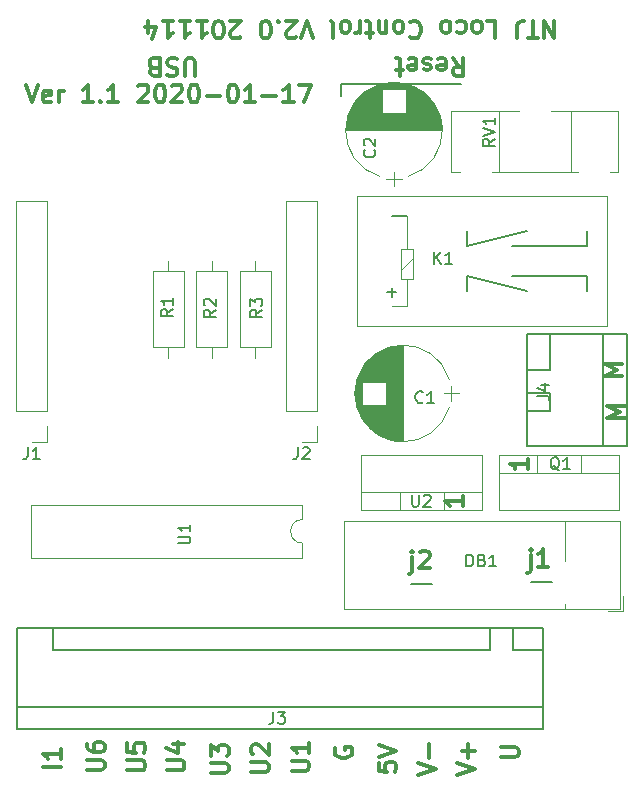
<source format=gbr>
G04 #@! TF.GenerationSoftware,KiCad,Pcbnew,(5.1.8)-1*
G04 #@! TF.CreationDate,2021-03-02T12:26:28+01:00*
G04 #@! TF.ProjectId,Lokstyrning,4c6f6b73-7479-4726-9e69-6e672e6b6963,rev?*
G04 #@! TF.SameCoordinates,Original*
G04 #@! TF.FileFunction,Legend,Top*
G04 #@! TF.FilePolarity,Positive*
%FSLAX46Y46*%
G04 Gerber Fmt 4.6, Leading zero omitted, Abs format (unit mm)*
G04 Created by KiCad (PCBNEW (5.1.8)-1) date 2021-03-02 12:26:28*
%MOMM*%
%LPD*%
G01*
G04 APERTURE LIST*
%ADD10C,0.300000*%
%ADD11C,0.200000*%
%ADD12C,0.120000*%
%ADD13C,0.150000*%
G04 APERTURE END LIST*
D10*
X213009871Y-94808728D02*
X213009871Y-95665871D01*
X213009871Y-95237300D02*
X211509871Y-95237300D01*
X211724157Y-95380157D01*
X211867014Y-95523014D01*
X211938442Y-95665871D01*
X218559771Y-91633728D02*
X218559771Y-92490871D01*
X218559771Y-92062300D02*
X217059771Y-92062300D01*
X217274057Y-92205157D01*
X217416914Y-92348014D01*
X217488342Y-92490871D01*
X216259671Y-116925671D02*
X217473957Y-116925671D01*
X217616814Y-116854242D01*
X217688242Y-116782814D01*
X217759671Y-116639957D01*
X217759671Y-116354242D01*
X217688242Y-116211385D01*
X217616814Y-116139957D01*
X217473957Y-116068528D01*
X216259671Y-116068528D01*
X178973871Y-117719385D02*
X177473871Y-117719385D01*
X178973871Y-116219385D02*
X178973871Y-117076528D01*
X178973871Y-116647957D02*
X177473871Y-116647957D01*
X177688157Y-116790814D01*
X177831014Y-116933671D01*
X177902442Y-117076528D01*
X218779814Y-99779971D02*
X218779814Y-101065685D01*
X218708385Y-101208542D01*
X218565528Y-101279971D01*
X218494100Y-101279971D01*
X218779814Y-99279971D02*
X218708385Y-99351400D01*
X218779814Y-99422828D01*
X218851242Y-99351400D01*
X218779814Y-99279971D01*
X218779814Y-99422828D01*
X220279814Y-100779971D02*
X219422671Y-100779971D01*
X219851242Y-100779971D02*
X219851242Y-99279971D01*
X219708385Y-99494257D01*
X219565528Y-99637114D01*
X219422671Y-99708542D01*
X208734114Y-99932371D02*
X208734114Y-101218085D01*
X208662685Y-101360942D01*
X208519828Y-101432371D01*
X208448400Y-101432371D01*
X208734114Y-99432371D02*
X208662685Y-99503800D01*
X208734114Y-99575228D01*
X208805542Y-99503800D01*
X208734114Y-99432371D01*
X208734114Y-99575228D01*
X209376971Y-99575228D02*
X209448400Y-99503800D01*
X209591257Y-99432371D01*
X209948400Y-99432371D01*
X210091257Y-99503800D01*
X210162685Y-99575228D01*
X210234114Y-99718085D01*
X210234114Y-99860942D01*
X210162685Y-100075228D01*
X209305542Y-100932371D01*
X210234114Y-100932371D01*
D11*
X218808300Y-102108000D02*
X220611700Y-102108000D01*
X208635600Y-102222300D02*
X210426300Y-102235000D01*
D10*
X202246800Y-116116942D02*
X202175371Y-116259800D01*
X202175371Y-116474085D01*
X202246800Y-116688371D01*
X202389657Y-116831228D01*
X202532514Y-116902657D01*
X202818228Y-116974085D01*
X203032514Y-116974085D01*
X203318228Y-116902657D01*
X203461085Y-116831228D01*
X203603942Y-116688371D01*
X203675371Y-116474085D01*
X203675371Y-116331228D01*
X203603942Y-116116942D01*
X203532514Y-116045514D01*
X203032514Y-116045514D01*
X203032514Y-116331228D01*
D11*
X202692000Y-59944000D02*
X202692000Y-60960000D01*
X207264000Y-59944000D02*
X202692000Y-59944000D01*
X206756000Y-59944000D02*
X207264000Y-59944000D01*
X212852000Y-59944000D02*
X206756000Y-59944000D01*
D10*
X212169142Y-57741428D02*
X212669142Y-58455714D01*
X213026285Y-57741428D02*
X213026285Y-59241428D01*
X212454857Y-59241428D01*
X212312000Y-59170000D01*
X212240571Y-59098571D01*
X212169142Y-58955714D01*
X212169142Y-58741428D01*
X212240571Y-58598571D01*
X212312000Y-58527142D01*
X212454857Y-58455714D01*
X213026285Y-58455714D01*
X210954857Y-57812857D02*
X211097714Y-57741428D01*
X211383428Y-57741428D01*
X211526285Y-57812857D01*
X211597714Y-57955714D01*
X211597714Y-58527142D01*
X211526285Y-58670000D01*
X211383428Y-58741428D01*
X211097714Y-58741428D01*
X210954857Y-58670000D01*
X210883428Y-58527142D01*
X210883428Y-58384285D01*
X211597714Y-58241428D01*
X210312000Y-57812857D02*
X210169142Y-57741428D01*
X209883428Y-57741428D01*
X209740571Y-57812857D01*
X209669142Y-57955714D01*
X209669142Y-58027142D01*
X209740571Y-58170000D01*
X209883428Y-58241428D01*
X210097714Y-58241428D01*
X210240571Y-58312857D01*
X210312000Y-58455714D01*
X210312000Y-58527142D01*
X210240571Y-58670000D01*
X210097714Y-58741428D01*
X209883428Y-58741428D01*
X209740571Y-58670000D01*
X208454857Y-57812857D02*
X208597714Y-57741428D01*
X208883428Y-57741428D01*
X209026285Y-57812857D01*
X209097714Y-57955714D01*
X209097714Y-58527142D01*
X209026285Y-58670000D01*
X208883428Y-58741428D01*
X208597714Y-58741428D01*
X208454857Y-58670000D01*
X208383428Y-58527142D01*
X208383428Y-58384285D01*
X209097714Y-58241428D01*
X207954857Y-58741428D02*
X207383428Y-58741428D01*
X207740571Y-59241428D02*
X207740571Y-57955714D01*
X207669142Y-57812857D01*
X207526285Y-57741428D01*
X207383428Y-57741428D01*
X190360857Y-59241428D02*
X190360857Y-58027142D01*
X190289428Y-57884285D01*
X190218000Y-57812857D01*
X190075142Y-57741428D01*
X189789428Y-57741428D01*
X189646571Y-57812857D01*
X189575142Y-57884285D01*
X189503714Y-58027142D01*
X189503714Y-59241428D01*
X188860857Y-57812857D02*
X188646571Y-57741428D01*
X188289428Y-57741428D01*
X188146571Y-57812857D01*
X188075142Y-57884285D01*
X188003714Y-58027142D01*
X188003714Y-58170000D01*
X188075142Y-58312857D01*
X188146571Y-58384285D01*
X188289428Y-58455714D01*
X188575142Y-58527142D01*
X188718000Y-58598571D01*
X188789428Y-58670000D01*
X188860857Y-58812857D01*
X188860857Y-58955714D01*
X188789428Y-59098571D01*
X188718000Y-59170000D01*
X188575142Y-59241428D01*
X188218000Y-59241428D01*
X188003714Y-59170000D01*
X186860857Y-58527142D02*
X186646571Y-58455714D01*
X186575142Y-58384285D01*
X186503714Y-58241428D01*
X186503714Y-58027142D01*
X186575142Y-57884285D01*
X186646571Y-57812857D01*
X186789428Y-57741428D01*
X187360857Y-57741428D01*
X187360857Y-59241428D01*
X186860857Y-59241428D01*
X186718000Y-59170000D01*
X186646571Y-59098571D01*
X186575142Y-58955714D01*
X186575142Y-58812857D01*
X186646571Y-58670000D01*
X186718000Y-58598571D01*
X186860857Y-58527142D01*
X187360857Y-58527142D01*
X176056057Y-59973471D02*
X176556057Y-61473471D01*
X177056057Y-59973471D01*
X178127485Y-61402042D02*
X177984628Y-61473471D01*
X177698914Y-61473471D01*
X177556057Y-61402042D01*
X177484628Y-61259185D01*
X177484628Y-60687757D01*
X177556057Y-60544900D01*
X177698914Y-60473471D01*
X177984628Y-60473471D01*
X178127485Y-60544900D01*
X178198914Y-60687757D01*
X178198914Y-60830614D01*
X177484628Y-60973471D01*
X178841771Y-61473471D02*
X178841771Y-60473471D01*
X178841771Y-60759185D02*
X178913200Y-60616328D01*
X178984628Y-60544900D01*
X179127485Y-60473471D01*
X179270342Y-60473471D01*
X181698914Y-61473471D02*
X180841771Y-61473471D01*
X181270342Y-61473471D02*
X181270342Y-59973471D01*
X181127485Y-60187757D01*
X180984628Y-60330614D01*
X180841771Y-60402042D01*
X182341771Y-61330614D02*
X182413200Y-61402042D01*
X182341771Y-61473471D01*
X182270342Y-61402042D01*
X182341771Y-61330614D01*
X182341771Y-61473471D01*
X183841771Y-61473471D02*
X182984628Y-61473471D01*
X183413200Y-61473471D02*
X183413200Y-59973471D01*
X183270342Y-60187757D01*
X183127485Y-60330614D01*
X182984628Y-60402042D01*
X185556057Y-60116328D02*
X185627485Y-60044900D01*
X185770342Y-59973471D01*
X186127485Y-59973471D01*
X186270342Y-60044900D01*
X186341771Y-60116328D01*
X186413200Y-60259185D01*
X186413200Y-60402042D01*
X186341771Y-60616328D01*
X185484628Y-61473471D01*
X186413200Y-61473471D01*
X187341771Y-59973471D02*
X187484628Y-59973471D01*
X187627485Y-60044900D01*
X187698914Y-60116328D01*
X187770342Y-60259185D01*
X187841771Y-60544900D01*
X187841771Y-60902042D01*
X187770342Y-61187757D01*
X187698914Y-61330614D01*
X187627485Y-61402042D01*
X187484628Y-61473471D01*
X187341771Y-61473471D01*
X187198914Y-61402042D01*
X187127485Y-61330614D01*
X187056057Y-61187757D01*
X186984628Y-60902042D01*
X186984628Y-60544900D01*
X187056057Y-60259185D01*
X187127485Y-60116328D01*
X187198914Y-60044900D01*
X187341771Y-59973471D01*
X188413200Y-60116328D02*
X188484628Y-60044900D01*
X188627485Y-59973471D01*
X188984628Y-59973471D01*
X189127485Y-60044900D01*
X189198914Y-60116328D01*
X189270342Y-60259185D01*
X189270342Y-60402042D01*
X189198914Y-60616328D01*
X188341771Y-61473471D01*
X189270342Y-61473471D01*
X190198914Y-59973471D02*
X190341771Y-59973471D01*
X190484628Y-60044900D01*
X190556057Y-60116328D01*
X190627485Y-60259185D01*
X190698914Y-60544900D01*
X190698914Y-60902042D01*
X190627485Y-61187757D01*
X190556057Y-61330614D01*
X190484628Y-61402042D01*
X190341771Y-61473471D01*
X190198914Y-61473471D01*
X190056057Y-61402042D01*
X189984628Y-61330614D01*
X189913200Y-61187757D01*
X189841771Y-60902042D01*
X189841771Y-60544900D01*
X189913200Y-60259185D01*
X189984628Y-60116328D01*
X190056057Y-60044900D01*
X190198914Y-59973471D01*
X191341771Y-60902042D02*
X192484628Y-60902042D01*
X193484628Y-59973471D02*
X193627485Y-59973471D01*
X193770342Y-60044900D01*
X193841771Y-60116328D01*
X193913200Y-60259185D01*
X193984628Y-60544900D01*
X193984628Y-60902042D01*
X193913200Y-61187757D01*
X193841771Y-61330614D01*
X193770342Y-61402042D01*
X193627485Y-61473471D01*
X193484628Y-61473471D01*
X193341771Y-61402042D01*
X193270342Y-61330614D01*
X193198914Y-61187757D01*
X193127485Y-60902042D01*
X193127485Y-60544900D01*
X193198914Y-60259185D01*
X193270342Y-60116328D01*
X193341771Y-60044900D01*
X193484628Y-59973471D01*
X195413200Y-61473471D02*
X194556057Y-61473471D01*
X194984628Y-61473471D02*
X194984628Y-59973471D01*
X194841771Y-60187757D01*
X194698914Y-60330614D01*
X194556057Y-60402042D01*
X196056057Y-60902042D02*
X197198914Y-60902042D01*
X198698914Y-61473471D02*
X197841771Y-61473471D01*
X198270342Y-61473471D02*
X198270342Y-59973471D01*
X198127485Y-60187757D01*
X197984628Y-60330614D01*
X197841771Y-60402042D01*
X199198914Y-59973471D02*
X200198914Y-59973471D01*
X199556057Y-61473471D01*
X220767500Y-54566428D02*
X220767500Y-56066428D01*
X219910357Y-54566428D01*
X219910357Y-56066428D01*
X219410357Y-56066428D02*
X218553214Y-56066428D01*
X218981785Y-54566428D02*
X218981785Y-56066428D01*
X217624642Y-56066428D02*
X217624642Y-54995000D01*
X217696071Y-54780714D01*
X217838928Y-54637857D01*
X218053214Y-54566428D01*
X218196071Y-54566428D01*
X215053214Y-54566428D02*
X215767500Y-54566428D01*
X215767500Y-56066428D01*
X214338928Y-54566428D02*
X214481785Y-54637857D01*
X214553214Y-54709285D01*
X214624642Y-54852142D01*
X214624642Y-55280714D01*
X214553214Y-55423571D01*
X214481785Y-55495000D01*
X214338928Y-55566428D01*
X214124642Y-55566428D01*
X213981785Y-55495000D01*
X213910357Y-55423571D01*
X213838928Y-55280714D01*
X213838928Y-54852142D01*
X213910357Y-54709285D01*
X213981785Y-54637857D01*
X214124642Y-54566428D01*
X214338928Y-54566428D01*
X212553214Y-54637857D02*
X212696071Y-54566428D01*
X212981785Y-54566428D01*
X213124642Y-54637857D01*
X213196071Y-54709285D01*
X213267500Y-54852142D01*
X213267500Y-55280714D01*
X213196071Y-55423571D01*
X213124642Y-55495000D01*
X212981785Y-55566428D01*
X212696071Y-55566428D01*
X212553214Y-55495000D01*
X211696071Y-54566428D02*
X211838928Y-54637857D01*
X211910357Y-54709285D01*
X211981785Y-54852142D01*
X211981785Y-55280714D01*
X211910357Y-55423571D01*
X211838928Y-55495000D01*
X211696071Y-55566428D01*
X211481785Y-55566428D01*
X211338928Y-55495000D01*
X211267500Y-55423571D01*
X211196071Y-55280714D01*
X211196071Y-54852142D01*
X211267500Y-54709285D01*
X211338928Y-54637857D01*
X211481785Y-54566428D01*
X211696071Y-54566428D01*
X208553214Y-54709285D02*
X208624642Y-54637857D01*
X208838928Y-54566428D01*
X208981785Y-54566428D01*
X209196071Y-54637857D01*
X209338928Y-54780714D01*
X209410357Y-54923571D01*
X209481785Y-55209285D01*
X209481785Y-55423571D01*
X209410357Y-55709285D01*
X209338928Y-55852142D01*
X209196071Y-55995000D01*
X208981785Y-56066428D01*
X208838928Y-56066428D01*
X208624642Y-55995000D01*
X208553214Y-55923571D01*
X207696071Y-54566428D02*
X207838928Y-54637857D01*
X207910357Y-54709285D01*
X207981785Y-54852142D01*
X207981785Y-55280714D01*
X207910357Y-55423571D01*
X207838928Y-55495000D01*
X207696071Y-55566428D01*
X207481785Y-55566428D01*
X207338928Y-55495000D01*
X207267500Y-55423571D01*
X207196071Y-55280714D01*
X207196071Y-54852142D01*
X207267500Y-54709285D01*
X207338928Y-54637857D01*
X207481785Y-54566428D01*
X207696071Y-54566428D01*
X206553214Y-55566428D02*
X206553214Y-54566428D01*
X206553214Y-55423571D02*
X206481785Y-55495000D01*
X206338928Y-55566428D01*
X206124642Y-55566428D01*
X205981785Y-55495000D01*
X205910357Y-55352142D01*
X205910357Y-54566428D01*
X205410357Y-55566428D02*
X204838928Y-55566428D01*
X205196071Y-56066428D02*
X205196071Y-54780714D01*
X205124642Y-54637857D01*
X204981785Y-54566428D01*
X204838928Y-54566428D01*
X204338928Y-54566428D02*
X204338928Y-55566428D01*
X204338928Y-55280714D02*
X204267500Y-55423571D01*
X204196071Y-55495000D01*
X204053214Y-55566428D01*
X203910357Y-55566428D01*
X203196071Y-54566428D02*
X203338928Y-54637857D01*
X203410357Y-54709285D01*
X203481785Y-54852142D01*
X203481785Y-55280714D01*
X203410357Y-55423571D01*
X203338928Y-55495000D01*
X203196071Y-55566428D01*
X202981785Y-55566428D01*
X202838928Y-55495000D01*
X202767500Y-55423571D01*
X202696071Y-55280714D01*
X202696071Y-54852142D01*
X202767500Y-54709285D01*
X202838928Y-54637857D01*
X202981785Y-54566428D01*
X203196071Y-54566428D01*
X201838928Y-54566428D02*
X201981785Y-54637857D01*
X202053214Y-54780714D01*
X202053214Y-56066428D01*
X200338928Y-56066428D02*
X199838928Y-54566428D01*
X199338928Y-56066428D01*
X198910357Y-55923571D02*
X198838928Y-55995000D01*
X198696071Y-56066428D01*
X198338928Y-56066428D01*
X198196071Y-55995000D01*
X198124642Y-55923571D01*
X198053214Y-55780714D01*
X198053214Y-55637857D01*
X198124642Y-55423571D01*
X198981785Y-54566428D01*
X198053214Y-54566428D01*
X197410357Y-54709285D02*
X197338928Y-54637857D01*
X197410357Y-54566428D01*
X197481785Y-54637857D01*
X197410357Y-54709285D01*
X197410357Y-54566428D01*
X196410357Y-56066428D02*
X196267500Y-56066428D01*
X196124642Y-55995000D01*
X196053214Y-55923571D01*
X195981785Y-55780714D01*
X195910357Y-55495000D01*
X195910357Y-55137857D01*
X195981785Y-54852142D01*
X196053214Y-54709285D01*
X196124642Y-54637857D01*
X196267500Y-54566428D01*
X196410357Y-54566428D01*
X196553214Y-54637857D01*
X196624642Y-54709285D01*
X196696071Y-54852142D01*
X196767500Y-55137857D01*
X196767500Y-55495000D01*
X196696071Y-55780714D01*
X196624642Y-55923571D01*
X196553214Y-55995000D01*
X196410357Y-56066428D01*
X194196071Y-55923571D02*
X194124642Y-55995000D01*
X193981785Y-56066428D01*
X193624642Y-56066428D01*
X193481785Y-55995000D01*
X193410357Y-55923571D01*
X193338928Y-55780714D01*
X193338928Y-55637857D01*
X193410357Y-55423571D01*
X194267500Y-54566428D01*
X193338928Y-54566428D01*
X192410357Y-56066428D02*
X192267500Y-56066428D01*
X192124642Y-55995000D01*
X192053214Y-55923571D01*
X191981785Y-55780714D01*
X191910357Y-55495000D01*
X191910357Y-55137857D01*
X191981785Y-54852142D01*
X192053214Y-54709285D01*
X192124642Y-54637857D01*
X192267500Y-54566428D01*
X192410357Y-54566428D01*
X192553214Y-54637857D01*
X192624642Y-54709285D01*
X192696071Y-54852142D01*
X192767500Y-55137857D01*
X192767500Y-55495000D01*
X192696071Y-55780714D01*
X192624642Y-55923571D01*
X192553214Y-55995000D01*
X192410357Y-56066428D01*
X190481785Y-54566428D02*
X191338928Y-54566428D01*
X190910357Y-54566428D02*
X190910357Y-56066428D01*
X191053214Y-55852142D01*
X191196071Y-55709285D01*
X191338928Y-55637857D01*
X189053214Y-54566428D02*
X189910357Y-54566428D01*
X189481785Y-54566428D02*
X189481785Y-56066428D01*
X189624642Y-55852142D01*
X189767500Y-55709285D01*
X189910357Y-55637857D01*
X187624642Y-54566428D02*
X188481785Y-54566428D01*
X188053214Y-54566428D02*
X188053214Y-56066428D01*
X188196071Y-55852142D01*
X188338928Y-55709285D01*
X188481785Y-55637857D01*
X186338928Y-55566428D02*
X186338928Y-54566428D01*
X186696071Y-56137857D02*
X187053214Y-55066428D01*
X186124642Y-55066428D01*
X181194971Y-117995557D02*
X182409257Y-117995557D01*
X182552114Y-117924128D01*
X182623542Y-117852700D01*
X182694971Y-117709842D01*
X182694971Y-117424128D01*
X182623542Y-117281271D01*
X182552114Y-117209842D01*
X182409257Y-117138414D01*
X181194971Y-117138414D01*
X181194971Y-115781271D02*
X181194971Y-116066985D01*
X181266400Y-116209842D01*
X181337828Y-116281271D01*
X181552114Y-116424128D01*
X181837828Y-116495557D01*
X182409257Y-116495557D01*
X182552114Y-116424128D01*
X182623542Y-116352700D01*
X182694971Y-116209842D01*
X182694971Y-115924128D01*
X182623542Y-115781271D01*
X182552114Y-115709842D01*
X182409257Y-115638414D01*
X182052114Y-115638414D01*
X181909257Y-115709842D01*
X181837828Y-115781271D01*
X181766400Y-115924128D01*
X181766400Y-116209842D01*
X181837828Y-116352700D01*
X181909257Y-116424128D01*
X182052114Y-116495557D01*
X184636671Y-118033657D02*
X185850957Y-118033657D01*
X185993814Y-117962228D01*
X186065242Y-117890800D01*
X186136671Y-117747942D01*
X186136671Y-117462228D01*
X186065242Y-117319371D01*
X185993814Y-117247942D01*
X185850957Y-117176514D01*
X184636671Y-117176514D01*
X184636671Y-115747942D02*
X184636671Y-116462228D01*
X185350957Y-116533657D01*
X185279528Y-116462228D01*
X185208100Y-116319371D01*
X185208100Y-115962228D01*
X185279528Y-115819371D01*
X185350957Y-115747942D01*
X185493814Y-115676514D01*
X185850957Y-115676514D01*
X185993814Y-115747942D01*
X186065242Y-115819371D01*
X186136671Y-115962228D01*
X186136671Y-116319371D01*
X186065242Y-116462228D01*
X185993814Y-116533657D01*
X187951371Y-118033657D02*
X189165657Y-118033657D01*
X189308514Y-117962228D01*
X189379942Y-117890800D01*
X189451371Y-117747942D01*
X189451371Y-117462228D01*
X189379942Y-117319371D01*
X189308514Y-117247942D01*
X189165657Y-117176514D01*
X187951371Y-117176514D01*
X188451371Y-115819371D02*
X189451371Y-115819371D01*
X187879942Y-116176514D02*
X188951371Y-116533657D01*
X188951371Y-115605085D01*
X191697871Y-118249557D02*
X192912157Y-118249557D01*
X193055014Y-118178128D01*
X193126442Y-118106700D01*
X193197871Y-117963842D01*
X193197871Y-117678128D01*
X193126442Y-117535271D01*
X193055014Y-117463842D01*
X192912157Y-117392414D01*
X191697871Y-117392414D01*
X191697871Y-116820985D02*
X191697871Y-115892414D01*
X192269300Y-116392414D01*
X192269300Y-116178128D01*
X192340728Y-116035271D01*
X192412157Y-115963842D01*
X192555014Y-115892414D01*
X192912157Y-115892414D01*
X193055014Y-115963842D01*
X193126442Y-116035271D01*
X193197871Y-116178128D01*
X193197871Y-116606700D01*
X193126442Y-116749557D01*
X193055014Y-116820985D01*
X195114171Y-118186057D02*
X196328457Y-118186057D01*
X196471314Y-118114628D01*
X196542742Y-118043200D01*
X196614171Y-117900342D01*
X196614171Y-117614628D01*
X196542742Y-117471771D01*
X196471314Y-117400342D01*
X196328457Y-117328914D01*
X195114171Y-117328914D01*
X195257028Y-116686057D02*
X195185600Y-116614628D01*
X195114171Y-116471771D01*
X195114171Y-116114628D01*
X195185600Y-115971771D01*
X195257028Y-115900342D01*
X195399885Y-115828914D01*
X195542742Y-115828914D01*
X195757028Y-115900342D01*
X196614171Y-116757485D01*
X196614171Y-115828914D01*
X198530471Y-118071757D02*
X199744757Y-118071757D01*
X199887614Y-118000328D01*
X199959042Y-117928900D01*
X200030471Y-117786042D01*
X200030471Y-117500328D01*
X199959042Y-117357471D01*
X199887614Y-117286042D01*
X199744757Y-117214614D01*
X198530471Y-117214614D01*
X200030471Y-115714614D02*
X200030471Y-116571757D01*
X200030471Y-116143185D02*
X198530471Y-116143185D01*
X198744757Y-116286042D01*
X198887614Y-116428900D01*
X198959042Y-116571757D01*
X205896471Y-117367014D02*
X205896471Y-118081300D01*
X206610757Y-118152728D01*
X206539328Y-118081300D01*
X206467900Y-117938442D01*
X206467900Y-117581300D01*
X206539328Y-117438442D01*
X206610757Y-117367014D01*
X206753614Y-117295585D01*
X207110757Y-117295585D01*
X207253614Y-117367014D01*
X207325042Y-117438442D01*
X207396471Y-117581300D01*
X207396471Y-117938442D01*
X207325042Y-118081300D01*
X207253614Y-118152728D01*
X205896471Y-116867014D02*
X207396471Y-116367014D01*
X205896471Y-115867014D01*
X226535371Y-84650200D02*
X225035371Y-84650200D01*
X226106800Y-84150200D01*
X225035371Y-83650200D01*
X226535371Y-83650200D01*
X226776671Y-88193500D02*
X225276671Y-88193500D01*
X226348100Y-87693500D01*
X225276671Y-87193500D01*
X226776671Y-87193500D01*
X209236571Y-118446371D02*
X210736571Y-117946371D01*
X209236571Y-117446371D01*
X210165142Y-116946371D02*
X210165142Y-115803514D01*
X212576671Y-118446371D02*
X214076671Y-117946371D01*
X212576671Y-117446371D01*
X213505242Y-116946371D02*
X213505242Y-115803514D01*
X214076671Y-116374942D02*
X212933814Y-116374942D01*
D12*
X221650000Y-103935000D02*
X221650000Y-104335000D01*
X226550000Y-104535000D02*
X225350000Y-104535000D01*
X226550000Y-103235000D02*
X226550000Y-104535000D01*
X221650000Y-100335000D02*
X221650000Y-96935000D01*
X226350000Y-104335000D02*
X226350000Y-96935000D01*
X202950000Y-104335000D02*
X226350000Y-104335000D01*
X202950000Y-96935000D02*
X202950000Y-104335000D01*
X226350000Y-96935000D02*
X202950000Y-96935000D01*
D13*
X213360000Y-72390000D02*
X213360000Y-73660000D01*
X213360000Y-73660000D02*
X218440000Y-72390000D01*
X223520000Y-72390000D02*
X223520000Y-73660000D01*
X223520000Y-73660000D02*
X217170000Y-73660000D01*
X223520000Y-77470000D02*
X223520000Y-76200000D01*
X223520000Y-76200000D02*
X217170000Y-76200000D01*
X213360000Y-77470000D02*
X213360000Y-76200000D01*
X213360000Y-76200000D02*
X218440000Y-77470000D01*
X208280000Y-71120000D02*
X207010000Y-71120000D01*
D12*
X207770000Y-75690000D02*
X208790000Y-74680000D01*
X208280000Y-73910000D02*
X208280000Y-71120000D01*
X208280000Y-78740000D02*
X208280000Y-76450000D01*
X207010000Y-78740000D02*
X208280000Y-78740000D01*
X208280000Y-76450000D02*
X207770000Y-76450000D01*
X207770000Y-76450000D02*
X207770000Y-73910000D01*
X207770000Y-73910000D02*
X208280000Y-73910000D01*
X208280000Y-73910000D02*
X208790000Y-73910000D01*
X208790000Y-73910000D02*
X208790000Y-76450000D01*
X208790000Y-76450000D02*
X208280000Y-76450000D01*
X204060000Y-80430000D02*
X225200000Y-80430000D01*
X225200000Y-80430000D02*
X225200000Y-69430000D01*
X204060000Y-80430000D02*
X204060000Y-69430000D01*
X204060000Y-69430000D02*
X225200000Y-69430000D01*
X199450000Y-96790000D02*
X199450000Y-95540000D01*
X199450000Y-95540000D02*
X176470000Y-95540000D01*
X176470000Y-95540000D02*
X176470000Y-100040000D01*
X176470000Y-100040000D02*
X199450000Y-100040000D01*
X199450000Y-100040000D02*
X199450000Y-98790000D01*
X199450000Y-98790000D02*
G75*
G02*
X199450000Y-96790000I0J1000000D01*
G01*
X177860000Y-69790000D02*
X175200000Y-69790000D01*
X177860000Y-87630000D02*
X177860000Y-69790000D01*
X175200000Y-87630000D02*
X175200000Y-69790000D01*
X177860000Y-87630000D02*
X175200000Y-87630000D01*
X177860000Y-88900000D02*
X177860000Y-90230000D01*
X177860000Y-90230000D02*
X176530000Y-90230000D01*
X200720000Y-69790000D02*
X198060000Y-69790000D01*
X200720000Y-87630000D02*
X200720000Y-69790000D01*
X198060000Y-87630000D02*
X198060000Y-69790000D01*
X200720000Y-87630000D02*
X198060000Y-87630000D01*
X200720000Y-88900000D02*
X200720000Y-90230000D01*
X200720000Y-90230000D02*
X199390000Y-90230000D01*
X189397000Y-75784000D02*
X186777000Y-75784000D01*
X186777000Y-75784000D02*
X186777000Y-82204000D01*
X186777000Y-82204000D02*
X189397000Y-82204000D01*
X189397000Y-82204000D02*
X189397000Y-75784000D01*
X188087000Y-74894000D02*
X188087000Y-75784000D01*
X188087000Y-83094000D02*
X188087000Y-82204000D01*
X190460000Y-82204000D02*
X193080000Y-82204000D01*
X193080000Y-82204000D02*
X193080000Y-75784000D01*
X193080000Y-75784000D02*
X190460000Y-75784000D01*
X190460000Y-75784000D02*
X190460000Y-82204000D01*
X191770000Y-83094000D02*
X191770000Y-82204000D01*
X191770000Y-74894000D02*
X191770000Y-75784000D01*
X212062000Y-67332900D02*
X212062000Y-62211900D01*
X226182000Y-67332900D02*
X226182000Y-62211900D01*
X212062000Y-62211900D02*
X217757000Y-62211900D01*
X220487000Y-62211900D02*
X226182000Y-62211900D01*
X225487000Y-67332900D02*
X226182000Y-67332900D01*
X212062000Y-67332900D02*
X212757000Y-67332900D01*
X215487000Y-67332900D02*
X222757000Y-67332900D01*
X216062000Y-67332900D02*
X216062000Y-62211900D01*
X222182000Y-67332900D02*
X222182000Y-62211900D01*
X216062000Y-67332900D02*
X222182000Y-67332900D01*
X216062000Y-62211900D02*
X217757000Y-62211900D01*
X220487000Y-62211900D02*
X222182000Y-62211900D01*
X214670000Y-95965000D02*
X204430000Y-95965000D01*
X214670000Y-91324000D02*
X204430000Y-91324000D01*
X214670000Y-95965000D02*
X214670000Y-91324000D01*
X204430000Y-95965000D02*
X204430000Y-91324000D01*
X214670000Y-94455000D02*
X204430000Y-94455000D01*
X211400000Y-95965000D02*
X211400000Y-94455000D01*
X207699000Y-95965000D02*
X207699000Y-94455000D01*
X207964400Y-90168700D02*
X207964400Y-82068700D01*
X207924400Y-90168700D02*
X207924400Y-82068700D01*
X207884400Y-90168700D02*
X207884400Y-82068700D01*
X207844400Y-90167700D02*
X207844400Y-82069700D01*
X207804400Y-90165700D02*
X207804400Y-82071700D01*
X207764400Y-90164700D02*
X207764400Y-82072700D01*
X207724400Y-90161700D02*
X207724400Y-82075700D01*
X207684400Y-90159700D02*
X207684400Y-82077700D01*
X207644400Y-90156700D02*
X207644400Y-82080700D01*
X207604400Y-90153700D02*
X207604400Y-82083700D01*
X207564400Y-90149700D02*
X207564400Y-82087700D01*
X207524400Y-90145700D02*
X207524400Y-82091700D01*
X207484400Y-90140700D02*
X207484400Y-82096700D01*
X207444400Y-90135700D02*
X207444400Y-82101700D01*
X207404400Y-90130700D02*
X207404400Y-82106700D01*
X207364400Y-90124700D02*
X207364400Y-82112700D01*
X207324400Y-90118700D02*
X207324400Y-82118700D01*
X207284400Y-90112700D02*
X207284400Y-82124700D01*
X207243400Y-90105700D02*
X207243400Y-82131700D01*
X207203400Y-90097700D02*
X207203400Y-82139700D01*
X207163400Y-90089700D02*
X207163400Y-82147700D01*
X207123400Y-90081700D02*
X207123400Y-82155700D01*
X207083400Y-90073700D02*
X207083400Y-82163700D01*
X207043400Y-90064700D02*
X207043400Y-82172700D01*
X207003400Y-90054700D02*
X207003400Y-82182700D01*
X206963400Y-90044700D02*
X206963400Y-82192700D01*
X206923400Y-90034700D02*
X206923400Y-82202700D01*
X206883400Y-90023700D02*
X206883400Y-82213700D01*
X206843400Y-90012700D02*
X206843400Y-82224700D01*
X206803400Y-90001700D02*
X206803400Y-82235700D01*
X206763400Y-89988700D02*
X206763400Y-82248700D01*
X206723400Y-89976700D02*
X206723400Y-82260700D01*
X206683400Y-89963700D02*
X206683400Y-82273700D01*
X206643400Y-89950700D02*
X206643400Y-82286700D01*
X206603400Y-89936700D02*
X206603400Y-82300700D01*
X206563400Y-89921700D02*
X206563400Y-82315700D01*
X206523400Y-89907700D02*
X206523400Y-82329700D01*
X206483400Y-89891700D02*
X206483400Y-82345700D01*
X206443400Y-89876700D02*
X206443400Y-87098700D01*
X206443400Y-85138700D02*
X206443400Y-82360700D01*
X206403400Y-89859700D02*
X206403400Y-87098700D01*
X206403400Y-85138700D02*
X206403400Y-82377700D01*
X206363400Y-89843700D02*
X206363400Y-87098700D01*
X206363400Y-85138700D02*
X206363400Y-82393700D01*
X206323400Y-89825700D02*
X206323400Y-87098700D01*
X206323400Y-85138700D02*
X206323400Y-82411700D01*
X206283400Y-89808700D02*
X206283400Y-87098700D01*
X206283400Y-85138700D02*
X206283400Y-82428700D01*
X206243400Y-89789700D02*
X206243400Y-87098700D01*
X206243400Y-85138700D02*
X206243400Y-82447700D01*
X206203400Y-89770700D02*
X206203400Y-87098700D01*
X206203400Y-85138700D02*
X206203400Y-82466700D01*
X206163400Y-89751700D02*
X206163400Y-87098700D01*
X206163400Y-85138700D02*
X206163400Y-82485700D01*
X206123400Y-89731700D02*
X206123400Y-87098700D01*
X206123400Y-85138700D02*
X206123400Y-82505700D01*
X206083400Y-89711700D02*
X206083400Y-87098700D01*
X206083400Y-85138700D02*
X206083400Y-82525700D01*
X206043400Y-89690700D02*
X206043400Y-87098700D01*
X206043400Y-85138700D02*
X206043400Y-82546700D01*
X206003400Y-89668700D02*
X206003400Y-87098700D01*
X206003400Y-85138700D02*
X206003400Y-82568700D01*
X205963400Y-89646700D02*
X205963400Y-87098700D01*
X205963400Y-85138700D02*
X205963400Y-82590700D01*
X205923400Y-89623700D02*
X205923400Y-87098700D01*
X205923400Y-85138700D02*
X205923400Y-82613700D01*
X205883400Y-89600700D02*
X205883400Y-87098700D01*
X205883400Y-85138700D02*
X205883400Y-82636700D01*
X205843400Y-89576700D02*
X205843400Y-87098700D01*
X205843400Y-85138700D02*
X205843400Y-82660700D01*
X205803400Y-89552700D02*
X205803400Y-87098700D01*
X205803400Y-85138700D02*
X205803400Y-82684700D01*
X205763400Y-89526700D02*
X205763400Y-87098700D01*
X205763400Y-85138700D02*
X205763400Y-82710700D01*
X205723400Y-89501700D02*
X205723400Y-87098700D01*
X205723400Y-85138700D02*
X205723400Y-82735700D01*
X205683400Y-89474700D02*
X205683400Y-87098700D01*
X205683400Y-85138700D02*
X205683400Y-82762700D01*
X205643400Y-89447700D02*
X205643400Y-87098700D01*
X205643400Y-85138700D02*
X205643400Y-82789700D01*
X205603400Y-89419700D02*
X205603400Y-87098700D01*
X205603400Y-85138700D02*
X205603400Y-82817700D01*
X205563400Y-89390700D02*
X205563400Y-87098700D01*
X205563400Y-85138700D02*
X205563400Y-82846700D01*
X205523400Y-89361700D02*
X205523400Y-87098700D01*
X205523400Y-85138700D02*
X205523400Y-82875700D01*
X205483400Y-89331700D02*
X205483400Y-87098700D01*
X205483400Y-85138700D02*
X205483400Y-82905700D01*
X205443400Y-89300700D02*
X205443400Y-87098700D01*
X205443400Y-85138700D02*
X205443400Y-82936700D01*
X205403400Y-89268700D02*
X205403400Y-87098700D01*
X205403400Y-85138700D02*
X205403400Y-82968700D01*
X205363400Y-89236700D02*
X205363400Y-87098700D01*
X205363400Y-85138700D02*
X205363400Y-83000700D01*
X205323400Y-89202700D02*
X205323400Y-87098700D01*
X205323400Y-85138700D02*
X205323400Y-83034700D01*
X205283400Y-89168700D02*
X205283400Y-87098700D01*
X205283400Y-85138700D02*
X205283400Y-83068700D01*
X205243400Y-89133700D02*
X205243400Y-87098700D01*
X205243400Y-85138700D02*
X205243400Y-83103700D01*
X205203400Y-89097700D02*
X205203400Y-87098700D01*
X205203400Y-85138700D02*
X205203400Y-83139700D01*
X205163400Y-89060700D02*
X205163400Y-87098700D01*
X205163400Y-85138700D02*
X205163400Y-83176700D01*
X205123400Y-89022700D02*
X205123400Y-87098700D01*
X205123400Y-85138700D02*
X205123400Y-83214700D01*
X205083400Y-88983700D02*
X205083400Y-87098700D01*
X205083400Y-85138700D02*
X205083400Y-83253700D01*
X205043400Y-88942700D02*
X205043400Y-87098700D01*
X205043400Y-85138700D02*
X205043400Y-83294700D01*
X205003400Y-88901700D02*
X205003400Y-87098700D01*
X205003400Y-85138700D02*
X205003400Y-83335700D01*
X204963400Y-88858700D02*
X204963400Y-87098700D01*
X204963400Y-85138700D02*
X204963400Y-83378700D01*
X204923400Y-88815700D02*
X204923400Y-87098700D01*
X204923400Y-85138700D02*
X204923400Y-83421700D01*
X204883400Y-88770700D02*
X204883400Y-87098700D01*
X204883400Y-85138700D02*
X204883400Y-83466700D01*
X204843400Y-88723700D02*
X204843400Y-87098700D01*
X204843400Y-85138700D02*
X204843400Y-83513700D01*
X204803400Y-88675700D02*
X204803400Y-87098700D01*
X204803400Y-85138700D02*
X204803400Y-83561700D01*
X204763400Y-88626700D02*
X204763400Y-87098700D01*
X204763400Y-85138700D02*
X204763400Y-83610700D01*
X204723400Y-88575700D02*
X204723400Y-87098700D01*
X204723400Y-85138700D02*
X204723400Y-83661700D01*
X204683400Y-88522700D02*
X204683400Y-87098700D01*
X204683400Y-85138700D02*
X204683400Y-83714700D01*
X204643400Y-88467700D02*
X204643400Y-87098700D01*
X204643400Y-85138700D02*
X204643400Y-83769700D01*
X204603400Y-88411700D02*
X204603400Y-87098700D01*
X204603400Y-85138700D02*
X204603400Y-83825700D01*
X204563400Y-88352700D02*
X204563400Y-87098700D01*
X204563400Y-85138700D02*
X204563400Y-83884700D01*
X204523400Y-88291700D02*
X204523400Y-87098700D01*
X204523400Y-85138700D02*
X204523400Y-83945700D01*
X204483400Y-88227700D02*
X204483400Y-84009700D01*
X204443400Y-88161700D02*
X204443400Y-84075700D01*
X204403400Y-88092700D02*
X204403400Y-84144700D01*
X204363400Y-88020700D02*
X204363400Y-84216700D01*
X204323400Y-87944700D02*
X204323400Y-84292700D01*
X204283400Y-87863700D02*
X204283400Y-84373700D01*
X204243400Y-87778700D02*
X204243400Y-84458700D01*
X204203400Y-87688700D02*
X204203400Y-84548700D01*
X204163400Y-87591700D02*
X204163400Y-84645700D01*
X204123400Y-87487700D02*
X204123400Y-84749700D01*
X204083400Y-87372700D02*
X204083400Y-84864700D01*
X204043400Y-87245700D02*
X204043400Y-84991700D01*
X204003400Y-87101700D02*
X204003400Y-85135700D01*
X203963400Y-86932700D02*
X203963400Y-85304700D01*
X203923400Y-86716700D02*
X203923400Y-85520700D01*
X203883400Y-86364700D02*
X203883400Y-85872700D01*
X212664400Y-86118700D02*
X211464400Y-86118700D01*
X212064400Y-86768700D02*
X212064400Y-85468700D01*
X204047549Y-87296145D02*
G75*
G03*
X211880482Y-87298700I3916851J1177445D01*
G01*
X204047549Y-84941255D02*
G75*
G02*
X211880482Y-84938700I3916851J-1177445D01*
G01*
X204047549Y-84941255D02*
G75*
G03*
X204048318Y-87298700I3916851J-1177445D01*
G01*
X203150500Y-63844800D02*
X211250500Y-63844800D01*
X203150500Y-63804800D02*
X211250500Y-63804800D01*
X203150500Y-63764800D02*
X211250500Y-63764800D01*
X203151500Y-63724800D02*
X211249500Y-63724800D01*
X203153500Y-63684800D02*
X211247500Y-63684800D01*
X203154500Y-63644800D02*
X211246500Y-63644800D01*
X203157500Y-63604800D02*
X211243500Y-63604800D01*
X203159500Y-63564800D02*
X211241500Y-63564800D01*
X203162500Y-63524800D02*
X211238500Y-63524800D01*
X203165500Y-63484800D02*
X211235500Y-63484800D01*
X203169500Y-63444800D02*
X211231500Y-63444800D01*
X203173500Y-63404800D02*
X211227500Y-63404800D01*
X203178500Y-63364800D02*
X211222500Y-63364800D01*
X203183500Y-63324800D02*
X211217500Y-63324800D01*
X203188500Y-63284800D02*
X211212500Y-63284800D01*
X203194500Y-63244800D02*
X211206500Y-63244800D01*
X203200500Y-63204800D02*
X211200500Y-63204800D01*
X203206500Y-63164800D02*
X211194500Y-63164800D01*
X203213500Y-63123800D02*
X211187500Y-63123800D01*
X203221500Y-63083800D02*
X211179500Y-63083800D01*
X203229500Y-63043800D02*
X211171500Y-63043800D01*
X203237500Y-63003800D02*
X211163500Y-63003800D01*
X203245500Y-62963800D02*
X211155500Y-62963800D01*
X203254500Y-62923800D02*
X211146500Y-62923800D01*
X203264500Y-62883800D02*
X211136500Y-62883800D01*
X203274500Y-62843800D02*
X211126500Y-62843800D01*
X203284500Y-62803800D02*
X211116500Y-62803800D01*
X203295500Y-62763800D02*
X211105500Y-62763800D01*
X203306500Y-62723800D02*
X211094500Y-62723800D01*
X203317500Y-62683800D02*
X211083500Y-62683800D01*
X203330500Y-62643800D02*
X211070500Y-62643800D01*
X203342500Y-62603800D02*
X211058500Y-62603800D01*
X203355500Y-62563800D02*
X211045500Y-62563800D01*
X203368500Y-62523800D02*
X211032500Y-62523800D01*
X203382500Y-62483800D02*
X211018500Y-62483800D01*
X203397500Y-62443800D02*
X211003500Y-62443800D01*
X203411500Y-62403800D02*
X210989500Y-62403800D01*
X203427500Y-62363800D02*
X210973500Y-62363800D01*
X203442500Y-62323800D02*
X206220500Y-62323800D01*
X208180500Y-62323800D02*
X210958500Y-62323800D01*
X203459500Y-62283800D02*
X206220500Y-62283800D01*
X208180500Y-62283800D02*
X210941500Y-62283800D01*
X203475500Y-62243800D02*
X206220500Y-62243800D01*
X208180500Y-62243800D02*
X210925500Y-62243800D01*
X203493500Y-62203800D02*
X206220500Y-62203800D01*
X208180500Y-62203800D02*
X210907500Y-62203800D01*
X203510500Y-62163800D02*
X206220500Y-62163800D01*
X208180500Y-62163800D02*
X210890500Y-62163800D01*
X203529500Y-62123800D02*
X206220500Y-62123800D01*
X208180500Y-62123800D02*
X210871500Y-62123800D01*
X203548500Y-62083800D02*
X206220500Y-62083800D01*
X208180500Y-62083800D02*
X210852500Y-62083800D01*
X203567500Y-62043800D02*
X206220500Y-62043800D01*
X208180500Y-62043800D02*
X210833500Y-62043800D01*
X203587500Y-62003800D02*
X206220500Y-62003800D01*
X208180500Y-62003800D02*
X210813500Y-62003800D01*
X203607500Y-61963800D02*
X206220500Y-61963800D01*
X208180500Y-61963800D02*
X210793500Y-61963800D01*
X203628500Y-61923800D02*
X206220500Y-61923800D01*
X208180500Y-61923800D02*
X210772500Y-61923800D01*
X203650500Y-61883800D02*
X206220500Y-61883800D01*
X208180500Y-61883800D02*
X210750500Y-61883800D01*
X203672500Y-61843800D02*
X206220500Y-61843800D01*
X208180500Y-61843800D02*
X210728500Y-61843800D01*
X203695500Y-61803800D02*
X206220500Y-61803800D01*
X208180500Y-61803800D02*
X210705500Y-61803800D01*
X203718500Y-61763800D02*
X206220500Y-61763800D01*
X208180500Y-61763800D02*
X210682500Y-61763800D01*
X203742500Y-61723800D02*
X206220500Y-61723800D01*
X208180500Y-61723800D02*
X210658500Y-61723800D01*
X203766500Y-61683800D02*
X206220500Y-61683800D01*
X208180500Y-61683800D02*
X210634500Y-61683800D01*
X203792500Y-61643800D02*
X206220500Y-61643800D01*
X208180500Y-61643800D02*
X210608500Y-61643800D01*
X203817500Y-61603800D02*
X206220500Y-61603800D01*
X208180500Y-61603800D02*
X210583500Y-61603800D01*
X203844500Y-61563800D02*
X206220500Y-61563800D01*
X208180500Y-61563800D02*
X210556500Y-61563800D01*
X203871500Y-61523800D02*
X206220500Y-61523800D01*
X208180500Y-61523800D02*
X210529500Y-61523800D01*
X203899500Y-61483800D02*
X206220500Y-61483800D01*
X208180500Y-61483800D02*
X210501500Y-61483800D01*
X203928500Y-61443800D02*
X206220500Y-61443800D01*
X208180500Y-61443800D02*
X210472500Y-61443800D01*
X203957500Y-61403800D02*
X206220500Y-61403800D01*
X208180500Y-61403800D02*
X210443500Y-61403800D01*
X203987500Y-61363800D02*
X206220500Y-61363800D01*
X208180500Y-61363800D02*
X210413500Y-61363800D01*
X204018500Y-61323800D02*
X206220500Y-61323800D01*
X208180500Y-61323800D02*
X210382500Y-61323800D01*
X204050500Y-61283800D02*
X206220500Y-61283800D01*
X208180500Y-61283800D02*
X210350500Y-61283800D01*
X204082500Y-61243800D02*
X206220500Y-61243800D01*
X208180500Y-61243800D02*
X210318500Y-61243800D01*
X204116500Y-61203800D02*
X206220500Y-61203800D01*
X208180500Y-61203800D02*
X210284500Y-61203800D01*
X204150500Y-61163800D02*
X206220500Y-61163800D01*
X208180500Y-61163800D02*
X210250500Y-61163800D01*
X204185500Y-61123800D02*
X206220500Y-61123800D01*
X208180500Y-61123800D02*
X210215500Y-61123800D01*
X204221500Y-61083800D02*
X206220500Y-61083800D01*
X208180500Y-61083800D02*
X210179500Y-61083800D01*
X204258500Y-61043800D02*
X206220500Y-61043800D01*
X208180500Y-61043800D02*
X210142500Y-61043800D01*
X204296500Y-61003800D02*
X206220500Y-61003800D01*
X208180500Y-61003800D02*
X210104500Y-61003800D01*
X204335500Y-60963800D02*
X206220500Y-60963800D01*
X208180500Y-60963800D02*
X210065500Y-60963800D01*
X204376500Y-60923800D02*
X206220500Y-60923800D01*
X208180500Y-60923800D02*
X210024500Y-60923800D01*
X204417500Y-60883800D02*
X206220500Y-60883800D01*
X208180500Y-60883800D02*
X209983500Y-60883800D01*
X204460500Y-60843800D02*
X206220500Y-60843800D01*
X208180500Y-60843800D02*
X209940500Y-60843800D01*
X204503500Y-60803800D02*
X206220500Y-60803800D01*
X208180500Y-60803800D02*
X209897500Y-60803800D01*
X204548500Y-60763800D02*
X206220500Y-60763800D01*
X208180500Y-60763800D02*
X209852500Y-60763800D01*
X204595500Y-60723800D02*
X206220500Y-60723800D01*
X208180500Y-60723800D02*
X209805500Y-60723800D01*
X204643500Y-60683800D02*
X206220500Y-60683800D01*
X208180500Y-60683800D02*
X209757500Y-60683800D01*
X204692500Y-60643800D02*
X206220500Y-60643800D01*
X208180500Y-60643800D02*
X209708500Y-60643800D01*
X204743500Y-60603800D02*
X206220500Y-60603800D01*
X208180500Y-60603800D02*
X209657500Y-60603800D01*
X204796500Y-60563800D02*
X206220500Y-60563800D01*
X208180500Y-60563800D02*
X209604500Y-60563800D01*
X204851500Y-60523800D02*
X206220500Y-60523800D01*
X208180500Y-60523800D02*
X209549500Y-60523800D01*
X204907500Y-60483800D02*
X206220500Y-60483800D01*
X208180500Y-60483800D02*
X209493500Y-60483800D01*
X204966500Y-60443800D02*
X206220500Y-60443800D01*
X208180500Y-60443800D02*
X209434500Y-60443800D01*
X205027500Y-60403800D02*
X206220500Y-60403800D01*
X208180500Y-60403800D02*
X209373500Y-60403800D01*
X205091500Y-60363800D02*
X209309500Y-60363800D01*
X205157500Y-60323800D02*
X209243500Y-60323800D01*
X205226500Y-60283800D02*
X209174500Y-60283800D01*
X205298500Y-60243800D02*
X209102500Y-60243800D01*
X205374500Y-60203800D02*
X209026500Y-60203800D01*
X205455500Y-60163800D02*
X208945500Y-60163800D01*
X205540500Y-60123800D02*
X208860500Y-60123800D01*
X205630500Y-60083800D02*
X208770500Y-60083800D01*
X205727500Y-60043800D02*
X208673500Y-60043800D01*
X205831500Y-60003800D02*
X208569500Y-60003800D01*
X205946500Y-59963800D02*
X208454500Y-59963800D01*
X206073500Y-59923800D02*
X208327500Y-59923800D01*
X206217500Y-59883800D02*
X208183500Y-59883800D01*
X206386500Y-59843800D02*
X208014500Y-59843800D01*
X206602500Y-59803800D02*
X207798500Y-59803800D01*
X206954500Y-59763800D02*
X207446500Y-59763800D01*
X207200500Y-68544800D02*
X207200500Y-67344800D01*
X206550500Y-67944800D02*
X207850500Y-67944800D01*
X206023055Y-59927949D02*
G75*
G03*
X206020500Y-67760882I1177445J-3916851D01*
G01*
X208377945Y-59927949D02*
G75*
G02*
X208380500Y-67760882I-1177445J-3916851D01*
G01*
X208377945Y-59927949D02*
G75*
G03*
X206020500Y-59928718I-1177445J-3916851D01*
G01*
D13*
X219800099Y-112706079D02*
X175299299Y-112706079D01*
X178299039Y-106005559D02*
X178299039Y-107803879D01*
X178299039Y-107803879D02*
X215299219Y-107803879D01*
X215299219Y-106005559D02*
X215299219Y-107803879D01*
X219800099Y-107803879D02*
X217300739Y-107803879D01*
X217300739Y-107803879D02*
X217300739Y-106005559D01*
X197549699Y-106005559D02*
X175299299Y-106005559D01*
X175299299Y-106005559D02*
X175299299Y-114504399D01*
X175299299Y-114504399D02*
X219800099Y-114504399D01*
X219800099Y-114504399D02*
X219800099Y-106005559D01*
X219800099Y-106005559D02*
X197549699Y-106005559D01*
X224932240Y-81102200D02*
X224932240Y-90601800D01*
X218432380Y-86100920D02*
X220431360Y-86100920D01*
X220431360Y-86100920D02*
X220431360Y-87602060D01*
X220431360Y-87602060D02*
X218432380Y-87602060D01*
X220431360Y-81102200D02*
X220431360Y-84101940D01*
X220431360Y-84101940D02*
X218480640Y-84101940D01*
X218432380Y-90601800D02*
X226931220Y-90601800D01*
X226931220Y-90601800D02*
X226931220Y-81102200D01*
X226931220Y-81102200D02*
X218432380Y-81102200D01*
X218432380Y-81102200D02*
X218432380Y-90601800D01*
D12*
X216050500Y-91360000D02*
X226290500Y-91360000D01*
X216050500Y-96001000D02*
X226290500Y-96001000D01*
X216050500Y-91360000D02*
X216050500Y-96001000D01*
X226290500Y-91360000D02*
X226290500Y-96001000D01*
X216050500Y-92870000D02*
X226290500Y-92870000D01*
X219320500Y-91360000D02*
X219320500Y-92870000D01*
X223021500Y-91360000D02*
X223021500Y-92870000D01*
X196763000Y-75784000D02*
X194143000Y-75784000D01*
X194143000Y-75784000D02*
X194143000Y-82204000D01*
X194143000Y-82204000D02*
X196763000Y-82204000D01*
X196763000Y-82204000D02*
X196763000Y-75784000D01*
X195453000Y-74894000D02*
X195453000Y-75784000D01*
X195453000Y-83094000D02*
X195453000Y-82204000D01*
D13*
X213328404Y-100756980D02*
X213328404Y-99756980D01*
X213566500Y-99756980D01*
X213709357Y-99804600D01*
X213804595Y-99899838D01*
X213852214Y-99995076D01*
X213899833Y-100185552D01*
X213899833Y-100328409D01*
X213852214Y-100518885D01*
X213804595Y-100614123D01*
X213709357Y-100709361D01*
X213566500Y-100756980D01*
X213328404Y-100756980D01*
X214661738Y-100233171D02*
X214804595Y-100280790D01*
X214852214Y-100328409D01*
X214899833Y-100423647D01*
X214899833Y-100566504D01*
X214852214Y-100661742D01*
X214804595Y-100709361D01*
X214709357Y-100756980D01*
X214328404Y-100756980D01*
X214328404Y-99756980D01*
X214661738Y-99756980D01*
X214756976Y-99804600D01*
X214804595Y-99852219D01*
X214852214Y-99947457D01*
X214852214Y-100042695D01*
X214804595Y-100137933D01*
X214756976Y-100185552D01*
X214661738Y-100233171D01*
X214328404Y-100233171D01*
X215852214Y-100756980D02*
X215280785Y-100756980D01*
X215566500Y-100756980D02*
X215566500Y-99756980D01*
X215471261Y-99899838D01*
X215376023Y-99995076D01*
X215280785Y-100042695D01*
X210589904Y-75128380D02*
X210589904Y-74128380D01*
X211161333Y-75128380D02*
X210732761Y-74556952D01*
X211161333Y-74128380D02*
X210589904Y-74699809D01*
X212113714Y-75128380D02*
X211542285Y-75128380D01*
X211828000Y-75128380D02*
X211828000Y-74128380D01*
X211732761Y-74271238D01*
X211637523Y-74366476D01*
X211542285Y-74414095D01*
X206629047Y-77541428D02*
X207390952Y-77541428D01*
X207010000Y-77922380D02*
X207010000Y-77160476D01*
X188936380Y-98805904D02*
X189745904Y-98805904D01*
X189841142Y-98758285D01*
X189888761Y-98710666D01*
X189936380Y-98615428D01*
X189936380Y-98424952D01*
X189888761Y-98329714D01*
X189841142Y-98282095D01*
X189745904Y-98234476D01*
X188936380Y-98234476D01*
X189936380Y-97234476D02*
X189936380Y-97805904D01*
X189936380Y-97520190D02*
X188936380Y-97520190D01*
X189079238Y-97615428D01*
X189174476Y-97710666D01*
X189222095Y-97805904D01*
X176196666Y-90682380D02*
X176196666Y-91396666D01*
X176149047Y-91539523D01*
X176053809Y-91634761D01*
X175910952Y-91682380D01*
X175815714Y-91682380D01*
X177196666Y-91682380D02*
X176625238Y-91682380D01*
X176910952Y-91682380D02*
X176910952Y-90682380D01*
X176815714Y-90825238D01*
X176720476Y-90920476D01*
X176625238Y-90968095D01*
X199056666Y-90682380D02*
X199056666Y-91396666D01*
X199009047Y-91539523D01*
X198913809Y-91634761D01*
X198770952Y-91682380D01*
X198675714Y-91682380D01*
X199485238Y-90777619D02*
X199532857Y-90730000D01*
X199628095Y-90682380D01*
X199866190Y-90682380D01*
X199961428Y-90730000D01*
X200009047Y-90777619D01*
X200056666Y-90872857D01*
X200056666Y-90968095D01*
X200009047Y-91110952D01*
X199437619Y-91682380D01*
X200056666Y-91682380D01*
X188475880Y-78970166D02*
X187999690Y-79303500D01*
X188475880Y-79541595D02*
X187475880Y-79541595D01*
X187475880Y-79160642D01*
X187523500Y-79065404D01*
X187571119Y-79017785D01*
X187666357Y-78970166D01*
X187809214Y-78970166D01*
X187904452Y-79017785D01*
X187952071Y-79065404D01*
X187999690Y-79160642D01*
X187999690Y-79541595D01*
X188475880Y-78017785D02*
X188475880Y-78589214D01*
X188475880Y-78303500D02*
X187475880Y-78303500D01*
X187618738Y-78398738D01*
X187713976Y-78493976D01*
X187761595Y-78589214D01*
X192095380Y-79033666D02*
X191619190Y-79367000D01*
X192095380Y-79605095D02*
X191095380Y-79605095D01*
X191095380Y-79224142D01*
X191143000Y-79128904D01*
X191190619Y-79081285D01*
X191285857Y-79033666D01*
X191428714Y-79033666D01*
X191523952Y-79081285D01*
X191571571Y-79128904D01*
X191619190Y-79224142D01*
X191619190Y-79605095D01*
X191190619Y-78652714D02*
X191143000Y-78605095D01*
X191095380Y-78509857D01*
X191095380Y-78271761D01*
X191143000Y-78176523D01*
X191190619Y-78128904D01*
X191285857Y-78081285D01*
X191381095Y-78081285D01*
X191523952Y-78128904D01*
X192095380Y-78700333D01*
X192095380Y-78081285D01*
X215717380Y-64565138D02*
X215241190Y-64898471D01*
X215717380Y-65136566D02*
X214717380Y-65136566D01*
X214717380Y-64755614D01*
X214765000Y-64660376D01*
X214812619Y-64612757D01*
X214907857Y-64565138D01*
X215050714Y-64565138D01*
X215145952Y-64612757D01*
X215193571Y-64660376D01*
X215241190Y-64755614D01*
X215241190Y-65136566D01*
X214717380Y-64279423D02*
X215717380Y-63946090D01*
X214717380Y-63612757D01*
X215717380Y-62755614D02*
X215717380Y-63327042D01*
X215717380Y-63041328D02*
X214717380Y-63041328D01*
X214860238Y-63136566D01*
X214955476Y-63231804D01*
X215003095Y-63327042D01*
X208724595Y-94702380D02*
X208724595Y-95511904D01*
X208772214Y-95607142D01*
X208819833Y-95654761D01*
X208915071Y-95702380D01*
X209105547Y-95702380D01*
X209200785Y-95654761D01*
X209248404Y-95607142D01*
X209296023Y-95511904D01*
X209296023Y-94702380D01*
X209724595Y-94797619D02*
X209772214Y-94750000D01*
X209867452Y-94702380D01*
X210105547Y-94702380D01*
X210200785Y-94750000D01*
X210248404Y-94797619D01*
X210296023Y-94892857D01*
X210296023Y-94988095D01*
X210248404Y-95130952D01*
X209676976Y-95702380D01*
X210296023Y-95702380D01*
X209637333Y-86844142D02*
X209589714Y-86891761D01*
X209446857Y-86939380D01*
X209351619Y-86939380D01*
X209208761Y-86891761D01*
X209113523Y-86796523D01*
X209065904Y-86701285D01*
X209018285Y-86510809D01*
X209018285Y-86367952D01*
X209065904Y-86177476D01*
X209113523Y-86082238D01*
X209208761Y-85987000D01*
X209351619Y-85939380D01*
X209446857Y-85939380D01*
X209589714Y-85987000D01*
X209637333Y-86034619D01*
X210589714Y-86939380D02*
X210018285Y-86939380D01*
X210304000Y-86939380D02*
X210304000Y-85939380D01*
X210208761Y-86082238D01*
X210113523Y-86177476D01*
X210018285Y-86225095D01*
X205525642Y-65495466D02*
X205573261Y-65543085D01*
X205620880Y-65685942D01*
X205620880Y-65781180D01*
X205573261Y-65924038D01*
X205478023Y-66019276D01*
X205382785Y-66066895D01*
X205192309Y-66114514D01*
X205049452Y-66114514D01*
X204858976Y-66066895D01*
X204763738Y-66019276D01*
X204668500Y-65924038D01*
X204620880Y-65781180D01*
X204620880Y-65685942D01*
X204668500Y-65543085D01*
X204716119Y-65495466D01*
X204716119Y-65114514D02*
X204668500Y-65066895D01*
X204620880Y-64971657D01*
X204620880Y-64733561D01*
X204668500Y-64638323D01*
X204716119Y-64590704D01*
X204811357Y-64543085D01*
X204906595Y-64543085D01*
X205049452Y-64590704D01*
X205620880Y-65162133D01*
X205620880Y-64543085D01*
X196986566Y-113066580D02*
X196986566Y-113780866D01*
X196938947Y-113923723D01*
X196843709Y-114018961D01*
X196700852Y-114066580D01*
X196605614Y-114066580D01*
X197367519Y-113066580D02*
X197986566Y-113066580D01*
X197653233Y-113447533D01*
X197796090Y-113447533D01*
X197891328Y-113495152D01*
X197938947Y-113542771D01*
X197986566Y-113638009D01*
X197986566Y-113876104D01*
X197938947Y-113971342D01*
X197891328Y-114018961D01*
X197796090Y-114066580D01*
X197510376Y-114066580D01*
X197415138Y-114018961D01*
X197367519Y-113971342D01*
X219340180Y-86299633D02*
X220054466Y-86299633D01*
X220197323Y-86347252D01*
X220292561Y-86442490D01*
X220340180Y-86585347D01*
X220340180Y-86680585D01*
X219673514Y-85394871D02*
X220340180Y-85394871D01*
X219292561Y-85632966D02*
X220006847Y-85871061D01*
X220006847Y-85252014D01*
X221202261Y-92622619D02*
X221107023Y-92575000D01*
X221011785Y-92479761D01*
X220868928Y-92336904D01*
X220773690Y-92289285D01*
X220678452Y-92289285D01*
X220726071Y-92527380D02*
X220630833Y-92479761D01*
X220535595Y-92384523D01*
X220487976Y-92194047D01*
X220487976Y-91860714D01*
X220535595Y-91670238D01*
X220630833Y-91575000D01*
X220726071Y-91527380D01*
X220916547Y-91527380D01*
X221011785Y-91575000D01*
X221107023Y-91670238D01*
X221154642Y-91860714D01*
X221154642Y-92194047D01*
X221107023Y-92384523D01*
X221011785Y-92479761D01*
X220916547Y-92527380D01*
X220726071Y-92527380D01*
X222107023Y-92527380D02*
X221535595Y-92527380D01*
X221821309Y-92527380D02*
X221821309Y-91527380D01*
X221726071Y-91670238D01*
X221630833Y-91765476D01*
X221535595Y-91813095D01*
X196032380Y-79033666D02*
X195556190Y-79367000D01*
X196032380Y-79605095D02*
X195032380Y-79605095D01*
X195032380Y-79224142D01*
X195080000Y-79128904D01*
X195127619Y-79081285D01*
X195222857Y-79033666D01*
X195365714Y-79033666D01*
X195460952Y-79081285D01*
X195508571Y-79128904D01*
X195556190Y-79224142D01*
X195556190Y-79605095D01*
X195032380Y-78700333D02*
X195032380Y-78081285D01*
X195413333Y-78414619D01*
X195413333Y-78271761D01*
X195460952Y-78176523D01*
X195508571Y-78128904D01*
X195603809Y-78081285D01*
X195841904Y-78081285D01*
X195937142Y-78128904D01*
X195984761Y-78176523D01*
X196032380Y-78271761D01*
X196032380Y-78557476D01*
X195984761Y-78652714D01*
X195937142Y-78700333D01*
M02*

</source>
